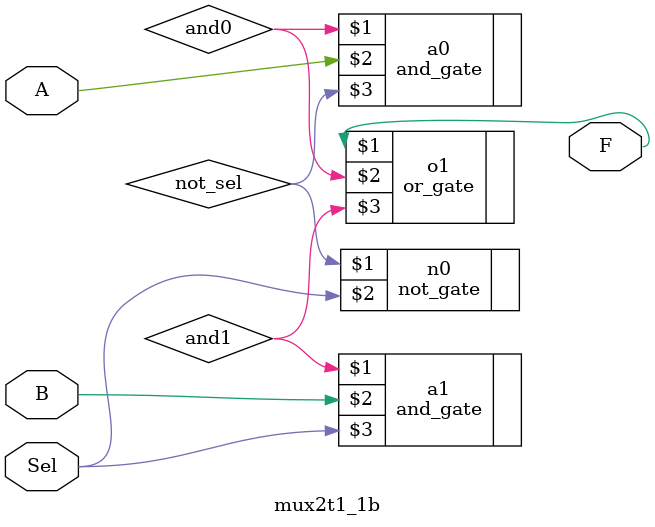
<source format=v>
`include "not_gate.v"
`include "and_gate.v"
`include "or_gate.v"

module mux2t1_1b(
    output wire F,
    input wire A, B,
    input wire Sel
);

    wire not_sel, and0, and1;

    not_gate n0(not_sel, Sel);
    and_gate a0(and0, A, not_sel);
    and_gate a1(and1, B, Sel);
    or_gate  o1(F, and0, and1);

endmodule

</source>
